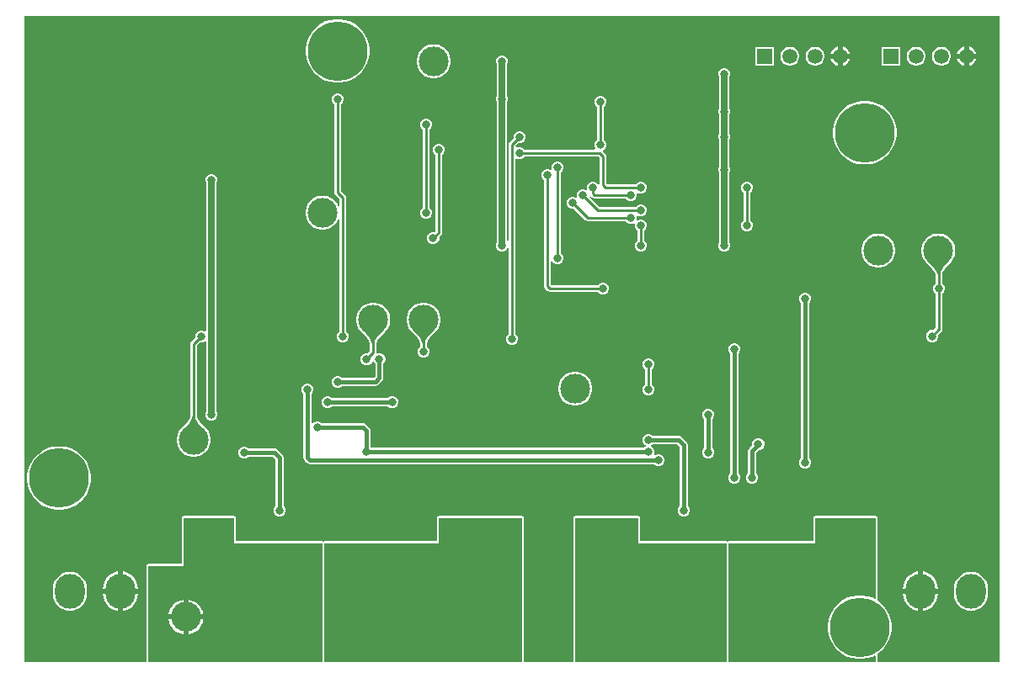
<source format=gbl>
G04*
G04 #@! TF.GenerationSoftware,Altium Limited,Altium Designer,23.3.1 (30)*
G04*
G04 Layer_Physical_Order=2*
G04 Layer_Color=16711680*
%FSLAX45Y45*%
%MOMM*%
G71*
G04*
G04 #@! TF.SameCoordinates,784FB100-AB39-434A-9190-0E81AD2A1C3A*
G04*
G04*
G04 #@! TF.FilePolarity,Positive*
G04*
G01*
G75*
%ADD10C,0.25400*%
%ADD63C,0.38100*%
%ADD64C,0.63500*%
%ADD65C,6.00000*%
%ADD66O,3.00000X3.50000*%
%ADD67C,3.00000*%
%ADD68C,1.50000*%
%ADD69R,1.50000X1.50000*%
%ADD70C,0.81280*%
G36*
X8610600Y689827D02*
X8599771Y683191D01*
X8572960Y696852D01*
X8525009Y712433D01*
X8475210Y720320D01*
X8424790D01*
X8374992Y712433D01*
X8327040Y696852D01*
X8282116Y673962D01*
X8241326Y644326D01*
X8205674Y608674D01*
X8176038Y567884D01*
X8153148Y522960D01*
X8137567Y475008D01*
X8129680Y425210D01*
Y374790D01*
X8137567Y324991D01*
X8153148Y277040D01*
X8176038Y232116D01*
X8205674Y191326D01*
X8241326Y155674D01*
X8282116Y126038D01*
X8327040Y103148D01*
X8374992Y87567D01*
X8424790Y79680D01*
X8475210D01*
X8525009Y87567D01*
X8572960Y103148D01*
X8599771Y116809D01*
X8610600Y110173D01*
Y50800D01*
X7132718D01*
Y1244600D01*
X8001000D01*
Y1498600D01*
X8610600D01*
Y689827D01*
D02*
G37*
G36*
X9855200Y50800D02*
X8631318D01*
Y110173D01*
X8630842Y112566D01*
X8630746Y115009D01*
X8630060Y116497D01*
X8629741Y118101D01*
X8628384Y120131D01*
X8627361Y122350D01*
X8629193Y131833D01*
X8631494Y135925D01*
X8658675Y155674D01*
X8694327Y191326D01*
X8723962Y232116D01*
X8746852Y277040D01*
X8762433Y324991D01*
X8770320Y374790D01*
Y425210D01*
X8762433Y475008D01*
X8746852Y522960D01*
X8723962Y567884D01*
X8694327Y608674D01*
X8658675Y644326D01*
X8631494Y664075D01*
X8629193Y668166D01*
X8627361Y677650D01*
X8628384Y679868D01*
X8629741Y681899D01*
X8630060Y683504D01*
X8630746Y684991D01*
X8630842Y687432D01*
X8631318Y689827D01*
Y1498600D01*
X8629741Y1506528D01*
X8625250Y1513250D01*
X8618528Y1517741D01*
X8610600Y1519318D01*
X8001000D01*
X7993072Y1517741D01*
X7986350Y1513250D01*
X7981859Y1506528D01*
X7980282Y1498600D01*
Y1265318D01*
X7132718D01*
X7124790Y1263741D01*
X7122359Y1262117D01*
X7119928Y1263741D01*
X7112000Y1265318D01*
X6243718D01*
Y1498600D01*
X6242141Y1506528D01*
X6237650Y1513250D01*
X6230928Y1517741D01*
X6223000Y1519318D01*
X5588000D01*
X5580072Y1517741D01*
X5573350Y1513250D01*
X5568859Y1506528D01*
X5567282Y1498600D01*
Y50800D01*
X5075318D01*
Y1498600D01*
X5073741Y1506528D01*
X5069250Y1513250D01*
X5062528Y1517741D01*
X5054600Y1519318D01*
X4216400D01*
X4208472Y1517741D01*
X4201750Y1513250D01*
X4197259Y1506528D01*
X4195682Y1498600D01*
Y1265318D01*
X3068774D01*
X3060846Y1263741D01*
X3058387Y1262098D01*
X3055928Y1263741D01*
X3048000Y1265318D01*
X2179718D01*
Y1498600D01*
X2178141Y1506528D01*
X2173650Y1513250D01*
X2166928Y1517741D01*
X2159000Y1519318D01*
X1651000D01*
X1643072Y1517741D01*
X1636350Y1513250D01*
X1631859Y1506528D01*
X1630282Y1498600D01*
Y1036718D01*
X1295400D01*
X1287472Y1035141D01*
X1280750Y1030650D01*
X1276259Y1023928D01*
X1274682Y1016000D01*
Y50800D01*
X50800D01*
Y6553200D01*
X9855200D01*
Y50800D01*
D02*
G37*
G36*
X6223000Y1244600D02*
X7112000D01*
Y50800D01*
X5588000D01*
Y1498600D01*
X6223000D01*
Y1244600D01*
D02*
G37*
G36*
X5054600Y50800D02*
X3068774D01*
Y1244600D01*
X4216400D01*
Y1498600D01*
X5054600D01*
Y50800D01*
D02*
G37*
G36*
X2159000Y1244600D02*
X3048000D01*
Y50800D01*
X1295400D01*
Y1016000D01*
X1651000D01*
Y1498600D01*
X2159000D01*
Y1244600D01*
D02*
G37*
%LPC*%
G36*
X9550400Y6243936D02*
Y6172200D01*
X9622136D01*
X9618558Y6185553D01*
X9605340Y6208447D01*
X9586647Y6227140D01*
X9563753Y6240358D01*
X9550400Y6243936D01*
D02*
G37*
G36*
X9499600D02*
X9486247Y6240358D01*
X9463353Y6227140D01*
X9444660Y6208447D01*
X9431442Y6185553D01*
X9427864Y6172200D01*
X9499600D01*
Y6243936D01*
D02*
G37*
G36*
X8280400D02*
Y6172200D01*
X8352136D01*
X8348558Y6185553D01*
X8335340Y6208447D01*
X8316647Y6227140D01*
X8293753Y6240358D01*
X8280400Y6243936D01*
D02*
G37*
G36*
X8229600D02*
X8216247Y6240358D01*
X8193353Y6227140D01*
X8174660Y6208447D01*
X8161442Y6185553D01*
X8157864Y6172200D01*
X8229600D01*
Y6243936D01*
D02*
G37*
G36*
X9283549Y6242120D02*
X9258451D01*
X9234208Y6235624D01*
X9212472Y6223075D01*
X9194725Y6205328D01*
X9182176Y6183592D01*
X9175680Y6159349D01*
Y6134251D01*
X9182176Y6110008D01*
X9194725Y6088272D01*
X9212472Y6070525D01*
X9234208Y6057976D01*
X9258451Y6051480D01*
X9283549D01*
X9307792Y6057976D01*
X9329528Y6070525D01*
X9347275Y6088272D01*
X9359824Y6110008D01*
X9366320Y6134251D01*
Y6159349D01*
X9359824Y6183592D01*
X9347275Y6205328D01*
X9329528Y6223075D01*
X9307792Y6235624D01*
X9283549Y6242120D01*
D02*
G37*
G36*
X9029549D02*
X9004451D01*
X8980208Y6235624D01*
X8958472Y6223075D01*
X8940725Y6205328D01*
X8928176Y6183592D01*
X8921680Y6159349D01*
Y6134251D01*
X8928176Y6110008D01*
X8940725Y6088272D01*
X8958472Y6070525D01*
X8980208Y6057976D01*
X9004451Y6051480D01*
X9029549D01*
X9053792Y6057976D01*
X9075528Y6070525D01*
X9093275Y6088272D01*
X9105824Y6110008D01*
X9112320Y6134251D01*
Y6159349D01*
X9105824Y6183592D01*
X9093275Y6205328D01*
X9075528Y6223075D01*
X9053792Y6235624D01*
X9029549Y6242120D01*
D02*
G37*
G36*
X8858320D02*
X8667680D01*
Y6051480D01*
X8858320D01*
Y6242120D01*
D02*
G37*
G36*
X8013549D02*
X7988451D01*
X7964208Y6235624D01*
X7942472Y6223075D01*
X7924725Y6205328D01*
X7912176Y6183592D01*
X7905680Y6159349D01*
Y6134251D01*
X7912176Y6110008D01*
X7924725Y6088272D01*
X7942472Y6070525D01*
X7964208Y6057976D01*
X7988451Y6051480D01*
X8013549D01*
X8037792Y6057976D01*
X8059528Y6070525D01*
X8077275Y6088272D01*
X8089824Y6110008D01*
X8096320Y6134251D01*
Y6159349D01*
X8089824Y6183592D01*
X8077275Y6205328D01*
X8059528Y6223075D01*
X8037792Y6235624D01*
X8013549Y6242120D01*
D02*
G37*
G36*
X7759549D02*
X7734451D01*
X7710208Y6235624D01*
X7688472Y6223075D01*
X7670725Y6205328D01*
X7658176Y6183592D01*
X7651680Y6159349D01*
Y6134251D01*
X7658176Y6110008D01*
X7670725Y6088272D01*
X7688472Y6070525D01*
X7710208Y6057976D01*
X7734451Y6051480D01*
X7759549D01*
X7783792Y6057976D01*
X7805528Y6070525D01*
X7823275Y6088272D01*
X7835824Y6110008D01*
X7842320Y6134251D01*
Y6159349D01*
X7835824Y6183592D01*
X7823275Y6205328D01*
X7805528Y6223075D01*
X7783792Y6235624D01*
X7759549Y6242120D01*
D02*
G37*
G36*
X7588320D02*
X7397680D01*
Y6051480D01*
X7588320D01*
Y6242120D01*
D02*
G37*
G36*
X9622136Y6121400D02*
X9550400D01*
Y6049664D01*
X9563753Y6053242D01*
X9586647Y6066460D01*
X9605340Y6085153D01*
X9618558Y6108047D01*
X9622136Y6121400D01*
D02*
G37*
G36*
X9499600D02*
X9427864D01*
X9431442Y6108047D01*
X9444660Y6085153D01*
X9463353Y6066460D01*
X9486247Y6053242D01*
X9499600Y6049664D01*
Y6121400D01*
D02*
G37*
G36*
X8352136D02*
X8280400D01*
Y6049664D01*
X8293753Y6053242D01*
X8316647Y6066460D01*
X8335340Y6085153D01*
X8348558Y6108047D01*
X8352136Y6121400D01*
D02*
G37*
G36*
X8229600D02*
X8157864D01*
X8161442Y6108047D01*
X8174660Y6085153D01*
X8193353Y6066460D01*
X8216247Y6053242D01*
X8229600Y6049664D01*
Y6121400D01*
D02*
G37*
G36*
X4182375Y6266320D02*
X4148825D01*
X4115919Y6259775D01*
X4084923Y6246936D01*
X4057027Y6228296D01*
X4033304Y6204573D01*
X4014664Y6176677D01*
X4001825Y6145681D01*
X3995280Y6112775D01*
Y6079225D01*
X4001825Y6046319D01*
X4014664Y6015323D01*
X4033304Y5987427D01*
X4057027Y5963704D01*
X4084923Y5945064D01*
X4115919Y5932225D01*
X4148825Y5925680D01*
X4182375D01*
X4215281Y5932225D01*
X4246277Y5945064D01*
X4274173Y5963704D01*
X4297896Y5987427D01*
X4316536Y6015323D01*
X4329375Y6046319D01*
X4335920Y6079225D01*
Y6112775D01*
X4329375Y6145681D01*
X4316536Y6176677D01*
X4297896Y6204573D01*
X4274173Y6228296D01*
X4246277Y6246936D01*
X4215281Y6259775D01*
X4182375Y6266320D01*
D02*
G37*
G36*
X3225210Y6520320D02*
X3174790D01*
X3124991Y6512433D01*
X3077040Y6496852D01*
X3032116Y6473962D01*
X2991325Y6444326D01*
X2955674Y6408675D01*
X2926038Y6367884D01*
X2903148Y6322960D01*
X2887567Y6275009D01*
X2879680Y6225210D01*
Y6174790D01*
X2887567Y6124992D01*
X2903148Y6077040D01*
X2926038Y6032116D01*
X2955674Y5991326D01*
X2991325Y5955674D01*
X3032116Y5926038D01*
X3077040Y5903148D01*
X3124991Y5887567D01*
X3174790Y5879680D01*
X3225210D01*
X3275008Y5887567D01*
X3322960Y5903148D01*
X3367884Y5926038D01*
X3408674Y5955674D01*
X3444326Y5991326D01*
X3473962Y6032116D01*
X3496852Y6077040D01*
X3512433Y6124992D01*
X3520320Y6174790D01*
Y6225210D01*
X3512433Y6275009D01*
X3496852Y6322960D01*
X3473962Y6367884D01*
X3444326Y6408675D01*
X3408674Y6444326D01*
X3367884Y6473962D01*
X3322960Y6496852D01*
X3275008Y6512433D01*
X3225210Y6520320D01*
D02*
G37*
G36*
X8525210Y5698120D02*
X8474790D01*
X8424992Y5690233D01*
X8377040Y5674652D01*
X8332116Y5651762D01*
X8291326Y5622126D01*
X8255674Y5586474D01*
X8226038Y5545684D01*
X8203148Y5500760D01*
X8187567Y5452808D01*
X8179680Y5403010D01*
Y5352590D01*
X8187567Y5302792D01*
X8203148Y5254840D01*
X8226038Y5209916D01*
X8255674Y5169126D01*
X8291326Y5133474D01*
X8332116Y5103838D01*
X8377040Y5080948D01*
X8424992Y5065367D01*
X8474790Y5057480D01*
X8525210D01*
X8575009Y5065367D01*
X8622960Y5080948D01*
X8667884Y5103838D01*
X8708674Y5133474D01*
X8744326Y5169126D01*
X8773962Y5209916D01*
X8796852Y5254840D01*
X8812433Y5302792D01*
X8820320Y5352590D01*
Y5403010D01*
X8812433Y5452808D01*
X8796852Y5500760D01*
X8773962Y5545684D01*
X8744326Y5586474D01*
X8708674Y5622126D01*
X8667884Y5651762D01*
X8622960Y5674652D01*
X8575009Y5690233D01*
X8525210Y5698120D01*
D02*
G37*
G36*
X5422326Y5090160D02*
X5398074D01*
X5375669Y5080879D01*
X5358521Y5063731D01*
X5349240Y5041326D01*
Y5017074D01*
X5350353Y5014388D01*
X5349079Y5012676D01*
X5340109Y5005931D01*
X5320726Y5013960D01*
X5296474D01*
X5274069Y5004679D01*
X5256921Y4987531D01*
X5247640Y4965126D01*
Y4940874D01*
X5256921Y4918469D01*
X5274069Y4901321D01*
X5274933Y4900963D01*
Y3835400D01*
X5277496Y3822516D01*
X5284794Y3811594D01*
X5310194Y3786194D01*
X5321116Y3778896D01*
X5334000Y3776333D01*
X5815363D01*
X5815721Y3775469D01*
X5832869Y3758321D01*
X5855274Y3749040D01*
X5879526D01*
X5901931Y3758321D01*
X5919079Y3775469D01*
X5928360Y3797874D01*
Y3822126D01*
X5919079Y3844531D01*
X5901931Y3861679D01*
X5879526Y3870960D01*
X5855274D01*
X5832869Y3861679D01*
X5815721Y3844531D01*
X5815363Y3843667D01*
X5347945D01*
X5342267Y3849345D01*
Y4086322D01*
X5354967Y4088848D01*
X5358521Y4080269D01*
X5375669Y4063121D01*
X5398074Y4053840D01*
X5422326D01*
X5444731Y4063121D01*
X5461879Y4080269D01*
X5471160Y4102674D01*
Y4126926D01*
X5461879Y4149331D01*
X5444731Y4166479D01*
X5443867Y4166837D01*
Y4977163D01*
X5444731Y4977521D01*
X5461879Y4994669D01*
X5471160Y5017074D01*
Y5041326D01*
X5461879Y5063731D01*
X5444731Y5080879D01*
X5422326Y5090160D01*
D02*
G37*
G36*
X4863526Y6156960D02*
X4839274D01*
X4816869Y6147679D01*
X4799721Y6130531D01*
X4790440Y6108126D01*
Y6083874D01*
X4798310Y6064875D01*
Y5746125D01*
X4790440Y5727126D01*
Y5702874D01*
X4798310Y5683875D01*
Y4272925D01*
X4790440Y4253926D01*
Y4229674D01*
X4799721Y4207269D01*
X4816869Y4190121D01*
X4839274Y4180840D01*
X4863526D01*
X4885931Y4190121D01*
X4903079Y4207269D01*
X4906633Y4215848D01*
X4919333Y4213322D01*
Y3354037D01*
X4918469Y3353679D01*
X4901321Y3336531D01*
X4892040Y3314126D01*
Y3289874D01*
X4901321Y3267469D01*
X4918469Y3250321D01*
X4940874Y3241040D01*
X4965126D01*
X4987531Y3250321D01*
X5004679Y3267469D01*
X5013960Y3289874D01*
Y3314126D01*
X5004679Y3336531D01*
X4987531Y3353679D01*
X4986667Y3354037D01*
Y4265008D01*
X4985409Y4271334D01*
Y5110140D01*
X4998109Y5118273D01*
X5013276Y5111991D01*
X5037527D01*
X5059933Y5121271D01*
X5077081Y5138420D01*
X5077439Y5139284D01*
X5821825D01*
X5833733Y5127376D01*
Y4854478D01*
X5821033Y4851952D01*
X5817479Y4860531D01*
X5800331Y4877679D01*
X5777926Y4886960D01*
X5753674D01*
X5731269Y4877679D01*
X5714121Y4860531D01*
X5704840Y4838126D01*
Y4813874D01*
X5705953Y4811188D01*
X5704679Y4809476D01*
X5695709Y4802731D01*
X5676326Y4810760D01*
X5652074D01*
X5629669Y4801479D01*
X5612521Y4784331D01*
X5603240Y4761926D01*
Y4737674D01*
X5604353Y4734988D01*
X5603079Y4733276D01*
X5594109Y4726531D01*
X5574726Y4734560D01*
X5550474D01*
X5528069Y4725279D01*
X5510921Y4708131D01*
X5501640Y4685726D01*
Y4661474D01*
X5510921Y4639069D01*
X5528069Y4621921D01*
X5550474Y4612640D01*
X5574726D01*
X5575590Y4612998D01*
X5691194Y4497394D01*
X5702116Y4490096D01*
X5715000Y4487533D01*
X6094763D01*
X6095121Y4486669D01*
X6112269Y4469521D01*
X6134674Y4460240D01*
X6158926D01*
X6178309Y4468269D01*
X6187279Y4461524D01*
X6188553Y4459812D01*
X6187440Y4457126D01*
Y4432874D01*
X6196721Y4410469D01*
X6213869Y4393321D01*
X6214733Y4392963D01*
Y4293837D01*
X6213869Y4293479D01*
X6196721Y4276331D01*
X6187440Y4253926D01*
Y4229674D01*
X6196721Y4207269D01*
X6213869Y4190121D01*
X6236274Y4180840D01*
X6260526D01*
X6282931Y4190121D01*
X6300079Y4207269D01*
X6309360Y4229674D01*
Y4253926D01*
X6300079Y4276331D01*
X6282931Y4293479D01*
X6282067Y4293837D01*
Y4392963D01*
X6282931Y4393321D01*
X6300079Y4410469D01*
X6309360Y4432874D01*
Y4457126D01*
X6300079Y4479531D01*
X6282931Y4496679D01*
X6260526Y4505960D01*
X6236274D01*
X6216891Y4497931D01*
X6207921Y4504676D01*
X6206647Y4506388D01*
X6207760Y4509074D01*
Y4533326D01*
X6206647Y4536012D01*
X6207921Y4537724D01*
X6216891Y4544469D01*
X6236274Y4536440D01*
X6260526D01*
X6282931Y4545721D01*
X6300079Y4562869D01*
X6309360Y4585274D01*
Y4609526D01*
X6300079Y4631931D01*
X6282931Y4649079D01*
X6260526Y4658360D01*
X6236274D01*
X6213869Y4649079D01*
X6196721Y4631931D01*
X6196363Y4631067D01*
X5830545D01*
X5730160Y4731452D01*
X5730935Y4734564D01*
X5734249Y4736454D01*
X5744878Y4737989D01*
X5756873Y4725994D01*
X5767795Y4718696D01*
X5780679Y4716133D01*
X6094763D01*
X6095121Y4715269D01*
X6112269Y4698121D01*
X6134674Y4688840D01*
X6158926D01*
X6181331Y4698121D01*
X6198479Y4715269D01*
X6207760Y4737674D01*
Y4761926D01*
X6206647Y4764612D01*
X6207921Y4766324D01*
X6216891Y4773069D01*
X6236274Y4765040D01*
X6260526D01*
X6282931Y4774321D01*
X6300079Y4791469D01*
X6309360Y4813874D01*
Y4838126D01*
X6300079Y4860531D01*
X6282931Y4877679D01*
X6260526Y4886960D01*
X6236274D01*
X6213869Y4877679D01*
X6196721Y4860531D01*
X6196363Y4859667D01*
X5906745D01*
X5901067Y4865345D01*
Y5141321D01*
X5898504Y5154205D01*
X5891206Y5165127D01*
X5869225Y5187108D01*
X5871703Y5199564D01*
X5875804Y5201263D01*
X5892952Y5218411D01*
X5902233Y5240816D01*
Y5265068D01*
X5892952Y5287473D01*
X5875804Y5304621D01*
X5875303Y5304829D01*
Y5637412D01*
X5876531Y5637921D01*
X5893679Y5655069D01*
X5902960Y5677474D01*
Y5701726D01*
X5893679Y5724131D01*
X5876531Y5741279D01*
X5854126Y5750560D01*
X5829874D01*
X5807469Y5741279D01*
X5790321Y5724131D01*
X5781040Y5701726D01*
Y5677474D01*
X5790321Y5655069D01*
X5807469Y5637921D01*
X5807969Y5637713D01*
Y5305130D01*
X5806741Y5304621D01*
X5789593Y5287473D01*
X5780313Y5265068D01*
Y5240816D01*
X5789593Y5218411D01*
X5789653Y5218351D01*
X5784793Y5206618D01*
X5077439D01*
X5077081Y5207482D01*
X5059933Y5224630D01*
X5037527Y5233911D01*
X5013276D01*
X5002393Y5229403D01*
X4990588Y5236701D01*
X4989722Y5246910D01*
X5016210Y5273398D01*
X5017074Y5273040D01*
X5041326D01*
X5063731Y5282321D01*
X5080879Y5299469D01*
X5090160Y5321874D01*
Y5346126D01*
X5080879Y5368531D01*
X5063731Y5385679D01*
X5041326Y5394960D01*
X5017074D01*
X4994669Y5385679D01*
X4977521Y5368531D01*
X4968240Y5346126D01*
Y5321874D01*
X4968598Y5321010D01*
X4927936Y5280348D01*
X4920638Y5269426D01*
X4918075Y5256542D01*
Y4288843D01*
X4905375Y4282837D01*
X4904490Y4283563D01*
Y5683875D01*
X4912360Y5702874D01*
Y5727126D01*
X4904490Y5746125D01*
Y6064875D01*
X4912360Y6083874D01*
Y6108126D01*
X4903079Y6130531D01*
X4885931Y6147679D01*
X4863526Y6156960D01*
D02*
G37*
G36*
X3212526Y5775960D02*
X3188274D01*
X3165869Y5766679D01*
X3148721Y5749531D01*
X3139440Y5727126D01*
Y5702874D01*
X3148721Y5680469D01*
X3165869Y5663321D01*
X3166733Y5662963D01*
Y4775200D01*
X3169296Y4762316D01*
X3176594Y4751394D01*
X3217533Y4710455D01*
Y4640966D01*
X3204833Y4638440D01*
X3198936Y4652677D01*
X3180296Y4680573D01*
X3156573Y4704296D01*
X3128677Y4722936D01*
X3097681Y4735775D01*
X3064775Y4742320D01*
X3031225D01*
X2998319Y4735775D01*
X2967323Y4722936D01*
X2939427Y4704296D01*
X2915704Y4680573D01*
X2897064Y4652677D01*
X2884225Y4621681D01*
X2877680Y4588775D01*
Y4555225D01*
X2884225Y4522319D01*
X2897064Y4491323D01*
X2915704Y4463427D01*
X2939427Y4439704D01*
X2967323Y4421064D01*
X2998319Y4408225D01*
X3031225Y4401680D01*
X3064775D01*
X3097681Y4408225D01*
X3128677Y4421064D01*
X3156573Y4439704D01*
X3180296Y4463427D01*
X3198936Y4491323D01*
X3204833Y4505560D01*
X3217533Y4503034D01*
Y3379437D01*
X3216669Y3379079D01*
X3199521Y3361931D01*
X3190240Y3339526D01*
Y3315274D01*
X3199521Y3292869D01*
X3216669Y3275721D01*
X3239074Y3266440D01*
X3263326D01*
X3285731Y3275721D01*
X3302879Y3292869D01*
X3312160Y3315274D01*
Y3339526D01*
X3302879Y3361931D01*
X3285731Y3379079D01*
X3284867Y3379437D01*
Y4724400D01*
X3282304Y4737284D01*
X3275006Y4748206D01*
X3234067Y4789145D01*
Y5662963D01*
X3234931Y5663321D01*
X3252079Y5680469D01*
X3261360Y5702874D01*
Y5727126D01*
X3252079Y5749531D01*
X3234931Y5766679D01*
X3212526Y5775960D01*
D02*
G37*
G36*
X4101526Y5521960D02*
X4077274D01*
X4054869Y5512679D01*
X4037721Y5495531D01*
X4028440Y5473126D01*
Y5448874D01*
X4037721Y5426469D01*
X4054869Y5409321D01*
X4055733Y5408963D01*
Y4624037D01*
X4054869Y4623679D01*
X4037721Y4606531D01*
X4028440Y4584126D01*
Y4559874D01*
X4037721Y4537469D01*
X4054869Y4520321D01*
X4077274Y4511040D01*
X4101526D01*
X4123931Y4520321D01*
X4141079Y4537469D01*
X4150360Y4559874D01*
Y4584126D01*
X4141079Y4606531D01*
X4123931Y4623679D01*
X4123067Y4624037D01*
Y5408963D01*
X4123931Y5409321D01*
X4141079Y5426469D01*
X4150360Y5448874D01*
Y5473126D01*
X4141079Y5495531D01*
X4123931Y5512679D01*
X4101526Y5521960D01*
D02*
G37*
G36*
X7327326Y4886960D02*
X7303074D01*
X7280669Y4877679D01*
X7263521Y4860531D01*
X7254240Y4838126D01*
Y4813874D01*
X7263521Y4791469D01*
X7280669Y4774321D01*
X7281533Y4773963D01*
Y4497037D01*
X7280669Y4496679D01*
X7263521Y4479531D01*
X7254240Y4457126D01*
Y4432874D01*
X7263521Y4410469D01*
X7280669Y4393321D01*
X7303074Y4384040D01*
X7327326D01*
X7349731Y4393321D01*
X7366879Y4410469D01*
X7376160Y4432874D01*
Y4457126D01*
X7366879Y4479531D01*
X7349731Y4496679D01*
X7348867Y4497037D01*
Y4773963D01*
X7349731Y4774321D01*
X7366879Y4791469D01*
X7376160Y4813874D01*
Y4838126D01*
X7366879Y4860531D01*
X7349731Y4877679D01*
X7327326Y4886960D01*
D02*
G37*
G36*
X4228526Y5267960D02*
X4204274D01*
X4181869Y5258679D01*
X4164721Y5241531D01*
X4155440Y5219126D01*
Y5194874D01*
X4164721Y5172469D01*
X4181869Y5155321D01*
X4182733Y5154963D01*
Y4384788D01*
X4173492Y4375547D01*
X4172628Y4375905D01*
X4148377D01*
X4125971Y4366624D01*
X4108823Y4349476D01*
X4099542Y4327071D01*
Y4302819D01*
X4108823Y4280414D01*
X4125971Y4263266D01*
X4148377Y4253985D01*
X4172628D01*
X4195033Y4263266D01*
X4212182Y4280414D01*
X4221462Y4302819D01*
Y4327071D01*
X4221104Y4327935D01*
X4240206Y4347037D01*
X4247504Y4357959D01*
X4250067Y4370843D01*
Y5154963D01*
X4250931Y5155321D01*
X4268079Y5172469D01*
X4277360Y5194874D01*
Y5219126D01*
X4268079Y5241531D01*
X4250931Y5258679D01*
X4228526Y5267960D01*
D02*
G37*
G36*
X7098726Y6029960D02*
X7074474D01*
X7052069Y6020679D01*
X7034921Y6003531D01*
X7025640Y5981126D01*
Y5956874D01*
X7033510Y5937875D01*
Y5619125D01*
X7025640Y5600126D01*
Y5575874D01*
X7033510Y5556875D01*
Y5365125D01*
X7025640Y5346126D01*
Y5321874D01*
X7033510Y5302875D01*
Y5034925D01*
X7025640Y5015926D01*
Y4991674D01*
X7033510Y4972675D01*
Y4272925D01*
X7025640Y4253926D01*
Y4229674D01*
X7034921Y4207269D01*
X7052069Y4190121D01*
X7074474Y4180840D01*
X7098726D01*
X7121131Y4190121D01*
X7138279Y4207269D01*
X7147560Y4229674D01*
Y4253926D01*
X7139690Y4272925D01*
Y4972675D01*
X7147560Y4991674D01*
Y5015926D01*
X7139690Y5034925D01*
Y5302875D01*
X7147560Y5321874D01*
Y5346126D01*
X7139690Y5365125D01*
Y5556875D01*
X7147560Y5575874D01*
Y5600126D01*
X7139690Y5619125D01*
Y5937875D01*
X7147560Y5956874D01*
Y5981126D01*
X7138279Y6003531D01*
X7121131Y6020679D01*
X7098726Y6029960D01*
D02*
G37*
G36*
X8652775Y4361320D02*
X8619225D01*
X8586319Y4354775D01*
X8555323Y4341936D01*
X8527427Y4323296D01*
X8503704Y4299573D01*
X8485064Y4271677D01*
X8472225Y4240681D01*
X8465680Y4207775D01*
Y4174225D01*
X8472225Y4141319D01*
X8485064Y4110323D01*
X8503704Y4082427D01*
X8527427Y4058704D01*
X8555323Y4040064D01*
X8586319Y4027225D01*
X8619225Y4020680D01*
X8652775D01*
X8685681Y4027225D01*
X8716677Y4040064D01*
X8744573Y4058704D01*
X8768296Y4082427D01*
X8786936Y4110323D01*
X8799775Y4141319D01*
X8806320Y4174225D01*
Y4207775D01*
X8799775Y4240681D01*
X8786936Y4271677D01*
X8768296Y4299573D01*
X8744573Y4323296D01*
X8716677Y4341936D01*
X8685681Y4354775D01*
X8652775Y4361320D01*
D02*
G37*
G36*
X9256336D02*
X9222786D01*
X9189880Y4354775D01*
X9158884Y4341936D01*
X9130988Y4323296D01*
X9107265Y4299573D01*
X9088625Y4271677D01*
X9075786Y4240681D01*
X9069241Y4207775D01*
Y4174225D01*
X9075786Y4141319D01*
X9088625Y4110323D01*
X9107265Y4082427D01*
X9121301Y4068391D01*
X9122347Y4066883D01*
X9139828Y4050002D01*
X9155069Y4034418D01*
X9180296Y4005701D01*
X9189704Y3993308D01*
X9197277Y3981927D01*
X9202888Y3971857D01*
X9206587Y3963278D01*
X9208525Y3956411D01*
X9208914Y3952651D01*
Y3859524D01*
X9193921Y3844531D01*
X9184640Y3822126D01*
Y3797874D01*
X9193921Y3775469D01*
X9211069Y3758321D01*
X9211933Y3757963D01*
Y3413248D01*
X9188839Y3390155D01*
X9187975Y3390512D01*
X9163724D01*
X9141319Y3381232D01*
X9124170Y3364083D01*
X9114890Y3341678D01*
Y3317427D01*
X9124170Y3295021D01*
X9141319Y3277873D01*
X9163724Y3268592D01*
X9187975D01*
X9210381Y3277873D01*
X9227529Y3295021D01*
X9236810Y3317427D01*
Y3341678D01*
X9236452Y3342542D01*
X9269406Y3375497D01*
X9276704Y3386419D01*
X9279267Y3399303D01*
Y3757963D01*
X9280131Y3758321D01*
X9297279Y3775469D01*
X9306560Y3797874D01*
Y3822126D01*
X9297279Y3844531D01*
X9280131Y3861679D01*
X9276247Y3863288D01*
Y3953111D01*
X9276615Y3956616D01*
X9278527Y3963413D01*
X9282204Y3972101D01*
X9287778Y3982421D01*
X9295284Y3994184D01*
X9304493Y4006953D01*
X9344692Y4053970D01*
X9361658Y4071683D01*
X9362617Y4073187D01*
X9371857Y4082427D01*
X9390497Y4110323D01*
X9403336Y4141319D01*
X9409881Y4174225D01*
Y4207775D01*
X9403336Y4240681D01*
X9390497Y4271677D01*
X9371857Y4299573D01*
X9348134Y4323296D01*
X9320238Y4341936D01*
X9289242Y4354775D01*
X9256336Y4361320D01*
D02*
G37*
G36*
X1942526Y4963160D02*
X1918274D01*
X1895869Y4953879D01*
X1878721Y4936731D01*
X1869440Y4914326D01*
Y4890074D01*
X1877310Y4871075D01*
Y3381694D01*
X1865577Y3376834D01*
X1863331Y3379079D01*
X1840926Y3388360D01*
X1816674D01*
X1794269Y3379079D01*
X1777121Y3361931D01*
X1767840Y3339526D01*
Y3315274D01*
X1768198Y3314410D01*
X1728751Y3274963D01*
X1721453Y3264041D01*
X1718890Y3251157D01*
Y2524149D01*
X1718511Y2520512D01*
X1716586Y2513677D01*
X1712898Y2505042D01*
X1707303Y2494844D01*
X1699759Y2483267D01*
X1690510Y2470770D01*
X1649980Y2424914D01*
X1632877Y2407742D01*
X1631780Y2406092D01*
X1620261Y2394573D01*
X1601621Y2366677D01*
X1588782Y2335681D01*
X1582237Y2302775D01*
Y2269225D01*
X1588782Y2236319D01*
X1601621Y2205323D01*
X1620261Y2177427D01*
X1643984Y2153704D01*
X1671880Y2135064D01*
X1702876Y2122225D01*
X1735782Y2115680D01*
X1769332D01*
X1802237Y2122225D01*
X1833234Y2135064D01*
X1861130Y2153704D01*
X1884853Y2177427D01*
X1903493Y2205323D01*
X1916332Y2236319D01*
X1922877Y2269225D01*
Y2302775D01*
X1916332Y2335681D01*
X1903493Y2366677D01*
X1884853Y2394573D01*
X1873430Y2405996D01*
X1872426Y2407549D01*
X1839667Y2441310D01*
X1814716Y2470618D01*
X1805355Y2483267D01*
X1797811Y2494844D01*
X1792216Y2505041D01*
X1788528Y2513675D01*
X1786603Y2520512D01*
X1786224Y2524149D01*
Y3237211D01*
X1815810Y3266798D01*
X1816674Y3266440D01*
X1840926D01*
X1863331Y3275721D01*
X1865577Y3277966D01*
X1877310Y3273106D01*
Y2571125D01*
X1869440Y2552126D01*
Y2527874D01*
X1878721Y2505469D01*
X1895869Y2488321D01*
X1918274Y2479040D01*
X1942526D01*
X1964931Y2488321D01*
X1982079Y2505469D01*
X1991360Y2527874D01*
Y2552126D01*
X1983490Y2571125D01*
Y4871075D01*
X1991360Y4890074D01*
Y4914326D01*
X1982079Y4936731D01*
X1964931Y4953879D01*
X1942526Y4963160D01*
D02*
G37*
G36*
X4080775Y3665500D02*
X4047225D01*
X4014319Y3658955D01*
X3983323Y3646116D01*
X3955427Y3627476D01*
X3931704Y3603753D01*
X3913064Y3575857D01*
X3900225Y3544861D01*
X3893680Y3511955D01*
Y3478405D01*
X3900225Y3445500D01*
X3913064Y3414503D01*
X3931704Y3386607D01*
X3943127Y3375185D01*
X3944131Y3373631D01*
X3976890Y3339871D01*
X4001841Y3310562D01*
X4011202Y3297913D01*
X4018746Y3286336D01*
X4024340Y3276139D01*
X4028029Y3267505D01*
X4029954Y3260669D01*
X4030333Y3257032D01*
Y3227037D01*
X4029469Y3226679D01*
X4012321Y3209531D01*
X4003040Y3187126D01*
Y3162874D01*
X4012321Y3140469D01*
X4029469Y3123321D01*
X4051874Y3114040D01*
X4076126D01*
X4098531Y3123321D01*
X4115679Y3140469D01*
X4124960Y3162874D01*
Y3187126D01*
X4115679Y3209531D01*
X4098531Y3226679D01*
X4097667Y3227037D01*
Y3257031D01*
X4098046Y3260669D01*
X4099971Y3267503D01*
X4103659Y3276138D01*
X4109254Y3286336D01*
X4116798Y3297913D01*
X4126047Y3310411D01*
X4166576Y3356266D01*
X4183679Y3373439D01*
X4184777Y3375088D01*
X4196296Y3386607D01*
X4214936Y3414503D01*
X4227775Y3445500D01*
X4234320Y3478405D01*
Y3511955D01*
X4227775Y3544861D01*
X4214936Y3575857D01*
X4196296Y3603753D01*
X4172573Y3627476D01*
X4144677Y3646116D01*
X4113681Y3658955D01*
X4080775Y3665500D01*
D02*
G37*
G36*
X3575475Y3665500D02*
X3541925D01*
X3509019Y3658955D01*
X3478023Y3646115D01*
X3450127Y3627476D01*
X3426404Y3603753D01*
X3407764Y3575856D01*
X3394925Y3544860D01*
X3388380Y3511955D01*
Y3478405D01*
X3394925Y3445499D01*
X3407764Y3414503D01*
X3426404Y3386607D01*
X3435785Y3377225D01*
X3436679Y3375791D01*
X3469184Y3341143D01*
X3493965Y3311203D01*
X3503286Y3298314D01*
X3510796Y3286570D01*
X3516372Y3276264D01*
X3520051Y3267581D01*
X3521963Y3260780D01*
X3522333Y3257259D01*
Y3178938D01*
X3501498Y3158102D01*
X3480374D01*
X3457969Y3148822D01*
X3440821Y3131673D01*
X3431540Y3109268D01*
Y3085017D01*
X3440821Y3062611D01*
X3457969Y3045463D01*
X3480374Y3036182D01*
X3504626D01*
X3527031Y3045463D01*
X3544179Y3062611D01*
X3549127Y3074555D01*
X3562873D01*
X3567821Y3062611D01*
X3579012Y3051420D01*
Y2924581D01*
X3564773Y2910341D01*
X3246469D01*
X3234931Y2921879D01*
X3212526Y2931160D01*
X3188274D01*
X3165869Y2921879D01*
X3148721Y2904731D01*
X3139440Y2882326D01*
Y2858074D01*
X3148721Y2835669D01*
X3165869Y2818521D01*
X3188274Y2809240D01*
X3212526D01*
X3234931Y2818521D01*
X3246469Y2830059D01*
X3581400D01*
X3596761Y2833114D01*
X3609784Y2841816D01*
X3647538Y2879569D01*
X3656239Y2892592D01*
X3659295Y2907954D01*
Y3050727D01*
X3671179Y3062611D01*
X3680460Y3085017D01*
Y3109268D01*
X3671179Y3131673D01*
X3654031Y3148822D01*
X3631626Y3158102D01*
X3607374D01*
X3600695Y3155336D01*
X3589563Y3164471D01*
X3589667Y3164992D01*
Y3256850D01*
X3590055Y3260596D01*
X3591991Y3267460D01*
X3595689Y3276046D01*
X3601299Y3286129D01*
X3608869Y3297531D01*
X3618150Y3309790D01*
X3658962Y3354619D01*
X3676137Y3371274D01*
X3676139Y3371274D01*
X3676139Y3371276D01*
X3676177Y3371312D01*
X3677240Y3372850D01*
X3690996Y3386607D01*
X3709636Y3414503D01*
X3722475Y3445499D01*
X3729020Y3478405D01*
Y3511955D01*
X3722475Y3544860D01*
X3709636Y3575856D01*
X3690996Y3603753D01*
X3667273Y3627476D01*
X3639377Y3646115D01*
X3608381Y3658955D01*
X3575475Y3665500D01*
D02*
G37*
G36*
X6336726Y3108960D02*
X6312474D01*
X6290069Y3099679D01*
X6272921Y3082531D01*
X6263640Y3060126D01*
Y3035874D01*
X6272921Y3013469D01*
X6290069Y2996321D01*
X6290933Y2995963D01*
Y2846037D01*
X6290069Y2845679D01*
X6272921Y2828531D01*
X6263640Y2806126D01*
Y2781874D01*
X6272921Y2759469D01*
X6290069Y2742321D01*
X6312474Y2733040D01*
X6336726D01*
X6359131Y2742321D01*
X6376279Y2759469D01*
X6385560Y2781874D01*
Y2806126D01*
X6376279Y2828531D01*
X6359131Y2845679D01*
X6358267Y2846037D01*
Y2995963D01*
X6359131Y2996321D01*
X6376279Y3013469D01*
X6385560Y3035874D01*
Y3060126D01*
X6376279Y3082531D01*
X6359131Y3099679D01*
X6336726Y3108960D01*
D02*
G37*
G36*
X5604775Y2971858D02*
X5571225D01*
X5538319Y2965313D01*
X5507323Y2952474D01*
X5479427Y2933834D01*
X5455704Y2910111D01*
X5437064Y2882215D01*
X5424225Y2851219D01*
X5417680Y2818313D01*
Y2784763D01*
X5424225Y2751858D01*
X5437064Y2720861D01*
X5455704Y2692965D01*
X5479427Y2669242D01*
X5507323Y2650603D01*
X5538319Y2637763D01*
X5571225Y2631218D01*
X5604775D01*
X5637681Y2637763D01*
X5668677Y2650603D01*
X5696573Y2669242D01*
X5720296Y2692965D01*
X5738936Y2720861D01*
X5751775Y2751858D01*
X5758320Y2784763D01*
Y2818313D01*
X5751775Y2851219D01*
X5738936Y2882215D01*
X5720296Y2910111D01*
X5696573Y2933834D01*
X5668677Y2952474D01*
X5637681Y2965313D01*
X5604775Y2971858D01*
D02*
G37*
G36*
X3110926Y2727960D02*
X3086674D01*
X3064269Y2718679D01*
X3047121Y2701531D01*
X3037840Y2679126D01*
Y2654874D01*
X3047121Y2632469D01*
X3064269Y2615321D01*
X3086674Y2606040D01*
X3110926D01*
X3133331Y2615321D01*
X3144325Y2626315D01*
X3700503D01*
X3712585Y2614233D01*
X3734990Y2604952D01*
X3759242D01*
X3781647Y2614233D01*
X3798796Y2631381D01*
X3808076Y2653787D01*
Y2678038D01*
X3798796Y2700443D01*
X3781647Y2717592D01*
X3759242Y2726872D01*
X3734990D01*
X3712585Y2717592D01*
X3701591Y2706598D01*
X3145413D01*
X3133331Y2718679D01*
X3110926Y2727960D01*
D02*
G37*
G36*
X6936314Y2600782D02*
X6912063D01*
X6889657Y2591502D01*
X6872509Y2574353D01*
X6863228Y2551948D01*
Y2527696D01*
X6872509Y2505291D01*
X6884419Y2493381D01*
Y2205811D01*
X6873254Y2194645D01*
X6863973Y2172240D01*
Y2147988D01*
X6873254Y2125583D01*
X6890402Y2108435D01*
X6912807Y2099154D01*
X6937059D01*
X6959464Y2108435D01*
X6976612Y2125583D01*
X6985893Y2147988D01*
Y2172240D01*
X6976612Y2194645D01*
X6964702Y2206555D01*
Y2494126D01*
X6975868Y2505291D01*
X6985148Y2527696D01*
Y2551948D01*
X6975868Y2574353D01*
X6958719Y2591502D01*
X6936314Y2600782D01*
D02*
G37*
G36*
X7911526Y3769360D02*
X7887274D01*
X7864869Y3760079D01*
X7847721Y3742931D01*
X7838440Y3720526D01*
Y3696274D01*
X7847721Y3673869D01*
X7859259Y3662331D01*
Y2103469D01*
X7847721Y2091931D01*
X7838440Y2069526D01*
Y2045274D01*
X7847721Y2022869D01*
X7864869Y2005721D01*
X7887274Y1996440D01*
X7911526D01*
X7933931Y2005721D01*
X7951079Y2022869D01*
X7960360Y2045274D01*
Y2069526D01*
X7951079Y2091931D01*
X7939541Y2103469D01*
Y3662331D01*
X7951079Y3673869D01*
X7960360Y3696274D01*
Y3720526D01*
X7951079Y3742931D01*
X7933931Y3760079D01*
X7911526Y3769360D01*
D02*
G37*
G36*
X7441626Y2303631D02*
X7417374D01*
X7394969Y2294350D01*
X7377821Y2277202D01*
X7368540Y2254796D01*
Y2232255D01*
X7337616Y2201330D01*
X7328914Y2188308D01*
X7325859Y2172946D01*
Y1951069D01*
X7314321Y1939531D01*
X7305040Y1917126D01*
Y1892874D01*
X7314321Y1870469D01*
X7331469Y1853321D01*
X7353874Y1844040D01*
X7378126D01*
X7400531Y1853321D01*
X7417679Y1870469D01*
X7426960Y1892874D01*
Y1917126D01*
X7417679Y1939531D01*
X7406141Y1951069D01*
Y2156319D01*
X7431533Y2181711D01*
X7441626D01*
X7464031Y2190991D01*
X7481179Y2208140D01*
X7490460Y2230545D01*
Y2254796D01*
X7481179Y2277202D01*
X7464031Y2294350D01*
X7441626Y2303631D01*
D02*
G37*
G36*
X7200326Y3261360D02*
X7176074D01*
X7153669Y3252079D01*
X7136521Y3234931D01*
X7127240Y3212526D01*
Y3188274D01*
X7136521Y3165869D01*
X7148059Y3154331D01*
Y1951069D01*
X7136521Y1939531D01*
X7127240Y1917126D01*
Y1892874D01*
X7136521Y1870469D01*
X7153669Y1853321D01*
X7176074Y1844040D01*
X7200326D01*
X7222731Y1853321D01*
X7239879Y1870469D01*
X7249160Y1892874D01*
Y1917126D01*
X7239879Y1939531D01*
X7228341Y1951069D01*
Y3154331D01*
X7239879Y3165869D01*
X7249160Y3188274D01*
Y3212526D01*
X7239879Y3234931D01*
X7222731Y3252079D01*
X7200326Y3261360D01*
D02*
G37*
G36*
X425210Y2220320D02*
X374790D01*
X324991Y2212433D01*
X277040Y2196852D01*
X232116Y2173962D01*
X191326Y2144326D01*
X155674Y2108674D01*
X126038Y2067884D01*
X103148Y2022960D01*
X87567Y1975008D01*
X79680Y1925210D01*
Y1874790D01*
X87567Y1824992D01*
X103148Y1777040D01*
X126038Y1732116D01*
X155674Y1691326D01*
X191326Y1655674D01*
X232116Y1626038D01*
X277040Y1603148D01*
X324991Y1587567D01*
X374790Y1579680D01*
X425210D01*
X475008Y1587567D01*
X522960Y1603148D01*
X567884Y1626038D01*
X608674Y1655674D01*
X644326Y1691326D01*
X673962Y1732116D01*
X696852Y1777040D01*
X712433Y1824992D01*
X720320Y1874790D01*
Y1925210D01*
X712433Y1975008D01*
X696852Y2022960D01*
X673962Y2067884D01*
X644326Y2108674D01*
X608674Y2144326D01*
X567884Y2173962D01*
X522960Y2196852D01*
X475008Y2212433D01*
X425210Y2220320D01*
D02*
G37*
G36*
X2907726Y2854960D02*
X2883474D01*
X2861069Y2845679D01*
X2843921Y2828531D01*
X2834640Y2806126D01*
Y2781874D01*
X2843921Y2759469D01*
X2855459Y2747931D01*
Y2105118D01*
X2858514Y2089757D01*
X2867216Y2076734D01*
X2891439Y2052511D01*
X2904462Y2043809D01*
X2919823Y2040754D01*
X6380688D01*
X6391669Y2029773D01*
X6414074Y2020492D01*
X6438326D01*
X6460731Y2029773D01*
X6477879Y2046921D01*
X6487160Y2069326D01*
Y2093578D01*
X6477879Y2115983D01*
X6460731Y2133131D01*
X6438326Y2142412D01*
X6414074D01*
X6391669Y2133131D01*
X6390948Y2132411D01*
X6380182Y2139605D01*
X6385560Y2152589D01*
Y2176841D01*
X6376279Y2199246D01*
X6359131Y2216394D01*
X6352822Y2219008D01*
Y2231707D01*
X6359131Y2234321D01*
X6370669Y2245859D01*
X6612773D01*
X6640059Y2218573D01*
Y1620869D01*
X6628521Y1609331D01*
X6619240Y1586926D01*
Y1562674D01*
X6628521Y1540269D01*
X6645669Y1523121D01*
X6668074Y1513840D01*
X6692326D01*
X6714731Y1523121D01*
X6731879Y1540269D01*
X6741160Y1562674D01*
Y1586926D01*
X6731879Y1609331D01*
X6720341Y1620869D01*
Y2235200D01*
X6717286Y2250561D01*
X6708584Y2263584D01*
X6657784Y2314384D01*
X6644761Y2323086D01*
X6629400Y2326141D01*
X6370669D01*
X6359131Y2337679D01*
X6336726Y2346960D01*
X6312474D01*
X6290069Y2337679D01*
X6272921Y2320531D01*
X6263640Y2298126D01*
Y2273874D01*
X6272921Y2251469D01*
X6290069Y2234321D01*
X6296378Y2231707D01*
Y2219008D01*
X6290069Y2216394D01*
X6277579Y2203904D01*
X3537616D01*
X3531953Y2209568D01*
Y2375589D01*
X3528897Y2390950D01*
X3520195Y2403973D01*
X3482784Y2441384D01*
X3469761Y2450086D01*
X3454400Y2453141D01*
X3043269D01*
X3031731Y2464679D01*
X3009326Y2473960D01*
X2985074D01*
X2962669Y2464679D01*
X2948441Y2450452D01*
X2935741Y2454583D01*
Y2747931D01*
X2947279Y2759469D01*
X2956560Y2781874D01*
Y2806126D01*
X2947279Y2828531D01*
X2930131Y2845679D01*
X2907726Y2854960D01*
D02*
G37*
G36*
X2272726Y2219960D02*
X2248474D01*
X2226069Y2210679D01*
X2208921Y2193531D01*
X2199640Y2171126D01*
Y2146874D01*
X2208921Y2124469D01*
X2226069Y2107321D01*
X2248474Y2098040D01*
X2272726D01*
X2295131Y2107321D01*
X2306669Y2118859D01*
X2548773D01*
X2576059Y2091573D01*
Y1620869D01*
X2564521Y1609331D01*
X2555240Y1586926D01*
Y1562674D01*
X2564521Y1540269D01*
X2581669Y1523121D01*
X2604074Y1513840D01*
X2628326D01*
X2650731Y1523121D01*
X2667879Y1540269D01*
X2677160Y1562674D01*
Y1586926D01*
X2667879Y1609331D01*
X2656341Y1620869D01*
Y2108200D01*
X2653286Y2123561D01*
X2644584Y2136584D01*
X2593784Y2187384D01*
X2580761Y2196086D01*
X2565400Y2199141D01*
X2306669D01*
X2295131Y2210679D01*
X2272726Y2219960D01*
D02*
G37*
G36*
X9085673Y960747D02*
Y787400D01*
X9236483D01*
X9233135Y821384D01*
X9223106Y854447D01*
X9206819Y884918D01*
X9184900Y911627D01*
X9158192Y933545D01*
X9127721Y949832D01*
X9094658Y959862D01*
X9085673Y960747D01*
D02*
G37*
G36*
X9034873D02*
X9025889Y959862D01*
X8992826Y949832D01*
X8962355Y933545D01*
X8935647Y911627D01*
X8913728Y884918D01*
X8897441Y854447D01*
X8887411Y821384D01*
X8884064Y787400D01*
X9034873D01*
Y960747D01*
D02*
G37*
G36*
X1041400D02*
Y787400D01*
X1192209D01*
X1188862Y821384D01*
X1178833Y854447D01*
X1162545Y884918D01*
X1140627Y911627D01*
X1113919Y933545D01*
X1083447Y949832D01*
X1050384Y959862D01*
X1041400Y960747D01*
D02*
G37*
G36*
X990600D02*
X981616Y959862D01*
X948553Y949832D01*
X918081Y933545D01*
X891373Y911627D01*
X869455Y884918D01*
X853167Y854447D01*
X843138Y821384D01*
X839791Y787400D01*
X990600D01*
Y960747D01*
D02*
G37*
G36*
X9568273Y958144D02*
X9534885Y954856D01*
X9502779Y945116D01*
X9473191Y929301D01*
X9447256Y908017D01*
X9425972Y882083D01*
X9410157Y852494D01*
X9400418Y820389D01*
X9397129Y787000D01*
Y737000D01*
X9400418Y703611D01*
X9410157Y671506D01*
X9425972Y641917D01*
X9447256Y615983D01*
X9473191Y594699D01*
X9502779Y578884D01*
X9534885Y569144D01*
X9568273Y565856D01*
X9601662Y569144D01*
X9633768Y578884D01*
X9663356Y594699D01*
X9689291Y615983D01*
X9710575Y641917D01*
X9726390Y671506D01*
X9736129Y703611D01*
X9739418Y737000D01*
Y787000D01*
X9736129Y820389D01*
X9726390Y852494D01*
X9710575Y882083D01*
X9689291Y908017D01*
X9663356Y929301D01*
X9633768Y945116D01*
X9601662Y954856D01*
X9568273Y958144D01*
D02*
G37*
G36*
X508000D02*
X474611Y954856D01*
X442506Y945116D01*
X412917Y929301D01*
X386983Y908017D01*
X365699Y882083D01*
X349883Y852494D01*
X340144Y820389D01*
X336856Y787000D01*
Y737000D01*
X340144Y703611D01*
X349883Y671506D01*
X365699Y641917D01*
X386983Y615983D01*
X412917Y594699D01*
X442506Y578884D01*
X474611Y569144D01*
X508000Y565856D01*
X541389Y569144D01*
X573494Y578884D01*
X603083Y594699D01*
X629017Y615983D01*
X650301Y641917D01*
X666117Y671506D01*
X675856Y703611D01*
X679144Y737000D01*
Y787000D01*
X675856Y820389D01*
X666117Y852494D01*
X650301Y882083D01*
X629017Y908017D01*
X603083Y929301D01*
X573494Y945116D01*
X541389Y954856D01*
X508000Y958144D01*
D02*
G37*
G36*
X9236483Y736600D02*
X9085673D01*
Y563253D01*
X9094658Y564138D01*
X9127721Y574168D01*
X9158192Y590455D01*
X9184900Y612373D01*
X9206819Y639082D01*
X9223106Y669553D01*
X9233135Y702616D01*
X9236483Y736600D01*
D02*
G37*
G36*
X9034873D02*
X8884064D01*
X8887411Y702616D01*
X8897441Y669553D01*
X8913728Y639082D01*
X8935647Y612373D01*
X8962355Y590455D01*
X8992826Y574168D01*
X9025889Y564138D01*
X9034873Y563253D01*
Y736600D01*
D02*
G37*
G36*
X1192209D02*
X1041400D01*
Y563253D01*
X1050384Y564138D01*
X1083447Y574168D01*
X1113919Y590455D01*
X1140627Y612373D01*
X1162545Y639082D01*
X1178833Y669553D01*
X1188862Y702616D01*
X1192209Y736600D01*
D02*
G37*
G36*
X990600D02*
X839791D01*
X843138Y702616D01*
X853167Y669553D01*
X869455Y639082D01*
X891373Y612373D01*
X918081Y590455D01*
X948553Y574168D01*
X981616Y564138D01*
X990600Y563253D01*
Y736600D01*
D02*
G37*
%LPD*%
G36*
X9329327Y4067881D02*
X9288190Y4019766D01*
X9278134Y4005824D01*
X9269907Y3992929D01*
X9263508Y3981081D01*
X9258937Y3970282D01*
X9256195Y3960530D01*
X9255280Y3951826D01*
X9229880Y3951313D01*
X9228949Y3960318D01*
X9226155Y3970222D01*
X9221498Y3981024D01*
X9214978Y3992724D01*
X9206595Y4005322D01*
X9196349Y4018819D01*
X9170270Y4048507D01*
X9154436Y4064697D01*
X9136739Y4081787D01*
X9346696Y4086014D01*
X9329327Y4067881D01*
D02*
G37*
G36*
X1766180Y2516602D02*
X1768949Y2506770D01*
X1773564Y2495966D01*
X1780025Y2484190D01*
X1788332Y2471442D01*
X1798485Y2457722D01*
X1824329Y2427366D01*
X1857557Y2393121D01*
X1647557D01*
X1665094Y2410730D01*
X1706629Y2457722D01*
X1716782Y2471442D01*
X1725089Y2484190D01*
X1731550Y2495966D01*
X1736165Y2506770D01*
X1738934Y2516602D01*
X1739857Y2525461D01*
X1765257D01*
X1766180Y2516602D01*
D02*
G37*
G36*
X4151463Y3370450D02*
X4109928Y3323458D01*
X4099775Y3309738D01*
X4091468Y3296990D01*
X4085007Y3285214D01*
X4080392Y3274410D01*
X4077623Y3264578D01*
X4076700Y3255719D01*
X4051300D01*
X4050377Y3264578D01*
X4047608Y3274410D01*
X4042993Y3285214D01*
X4036532Y3296990D01*
X4028225Y3309738D01*
X4018072Y3323458D01*
X3992228Y3353814D01*
X3959000Y3388059D01*
X4169000D01*
X4151463Y3370450D01*
D02*
G37*
G36*
X3661755Y3386186D02*
X3644074Y3369042D01*
X3602200Y3323046D01*
X3591964Y3309526D01*
X3583589Y3296911D01*
X3577075Y3285203D01*
X3572422Y3274401D01*
X3569631Y3264504D01*
X3568700Y3255513D01*
X3543300Y3255972D01*
X3542385Y3264693D01*
X3539640Y3274454D01*
X3535064Y3285254D01*
X3528658Y3297094D01*
X3520422Y3309974D01*
X3510356Y3323893D01*
X3484733Y3354850D01*
X3451789Y3389966D01*
X3661755Y3386186D01*
D02*
G37*
%LPC*%
G36*
X1699357Y676062D02*
Y527678D01*
X1847740D01*
X1842616Y553440D01*
X1829394Y585361D01*
X1810199Y614089D01*
X1785767Y638520D01*
X1757039Y657715D01*
X1725119Y670937D01*
X1699357Y676062D01*
D02*
G37*
G36*
X1648557D02*
X1622794Y670937D01*
X1590874Y657715D01*
X1562146Y638520D01*
X1537714Y614089D01*
X1518519Y585361D01*
X1505297Y553440D01*
X1500173Y527678D01*
X1648557D01*
Y676062D01*
D02*
G37*
G36*
X1847740Y476878D02*
X1699357D01*
Y328494D01*
X1725119Y333619D01*
X1757039Y346841D01*
X1785767Y366036D01*
X1810199Y390467D01*
X1829394Y419195D01*
X1842616Y451116D01*
X1847740Y476878D01*
D02*
G37*
G36*
X1648557D02*
X1500173D01*
X1505297Y451116D01*
X1518519Y419195D01*
X1537714Y390467D01*
X1562146Y366036D01*
X1590874Y346841D01*
X1622794Y333619D01*
X1648557Y328494D01*
Y476878D01*
D02*
G37*
%LPD*%
D10*
X6248399Y4826001D02*
X6248400Y4826000D01*
X7315200Y4445000D02*
Y4826000D01*
X5892799Y4826001D02*
X6248399D01*
X4951742Y4266267D02*
Y5256542D01*
X5025402Y5172951D02*
X5835770D01*
X4951742Y4266267D02*
X4953000Y4265008D01*
Y3302000D02*
Y4265008D01*
X4951742Y5256542D02*
X5029200Y5334000D01*
X5835770Y5172951D02*
X5867400Y5141321D01*
X4064000Y3175000D02*
Y3495180D01*
X4160502Y4314945D02*
X4216400Y4370843D01*
Y5207000D01*
X9242580Y3813020D02*
Y4187980D01*
X9175850Y3329552D02*
X9245600Y3399303D01*
Y3810000D01*
X9239561Y4191000D02*
X9242580Y4187980D01*
Y3813020D02*
X9245600Y3810000D01*
X7479106Y6146800D02*
X7493000Y6132906D01*
X3200400Y4775200D02*
Y5715000D01*
X3489276Y3097142D02*
X3493408D01*
Y3102400D02*
X3556000Y3164992D01*
Y3492480D01*
X6324600Y2794000D02*
Y3048000D01*
X3200400Y4775200D02*
X3251200Y4724400D01*
Y3327400D02*
Y4724400D01*
X3556000Y3492480D02*
X3558700Y3495180D01*
X1752557Y2286000D02*
Y3251157D01*
X1828800Y3327400D01*
X6248400Y4241800D02*
Y4445000D01*
X5410200Y4114800D02*
Y5029200D01*
X4089400Y4572000D02*
Y5461000D01*
X5867400Y4851400D02*
X5892799Y4826001D01*
X5867400Y4851400D02*
Y5141321D01*
X5780679Y4749800D02*
X6146800D01*
X5765800Y4764679D02*
Y4826000D01*
Y4764679D02*
X5780679Y4749800D01*
X5816600Y4597400D02*
X6248400D01*
X5664200Y4749800D02*
X5816600Y4597400D01*
X5562600Y4673600D02*
X5715000Y4521200D01*
X6146800D01*
X5308600Y3835400D02*
Y4953000D01*
Y3835400D02*
X5334000Y3810000D01*
X5867400D01*
X5841273Y5252942D02*
X5841636Y5253306D01*
Y5689236D01*
X5842000Y5689600D01*
D63*
X6323647Y2163762D02*
X6324600Y2164715D01*
X2919823Y2080895D02*
X6425643D01*
X3496431Y2163762D02*
X6323647D01*
X6425643Y2080895D02*
X6426200Y2081452D01*
X3491811Y2159142D02*
X3496431Y2163762D01*
X2616200Y1574800D02*
Y2108200D01*
X3619154Y2907954D02*
Y3096850D01*
X3581400Y2870200D02*
X3619154Y2907954D01*
X6924188Y2539822D02*
X6924561Y2539450D01*
Y2160486D02*
Y2539450D01*
Y2160486D02*
X6924933Y2160114D01*
X6680200Y1574800D02*
Y2235200D01*
X6629400Y2286000D02*
X6680200Y2235200D01*
X7899400Y2057400D02*
Y3708400D01*
X2895600Y2105118D02*
X2919823Y2080895D01*
X2895600Y2105118D02*
Y2794000D01*
X3491811Y2159142D02*
Y2375589D01*
X3454400Y2413000D02*
X3491811Y2375589D01*
X2997200Y2413000D02*
X3454400D01*
X7366000Y2172946D02*
X7426647Y2233593D01*
Y2245278D01*
X7366000Y1905000D02*
Y2172946D01*
X3098800Y2667000D02*
X3099344Y2666456D01*
X3746572D02*
X3747116Y2665912D01*
X3099344Y2666456D02*
X3746572D01*
X3200400Y2870200D02*
X3581400D01*
X2260600Y2159000D02*
X2565400D01*
X2616200Y2108200D01*
X7188200Y1905000D02*
Y3200400D01*
X6324600Y2286000D02*
X6629400D01*
D64*
X7086600Y5334000D02*
Y5588000D01*
Y5003800D02*
Y5334000D01*
Y4241800D02*
Y5003800D01*
X4851400Y5715000D02*
Y6096000D01*
Y4241800D02*
Y5715000D01*
X1930400Y2540000D02*
Y4902200D01*
X7086600Y5588000D02*
Y5969000D01*
D65*
X8450000Y400000D02*
D03*
X400000Y1900000D02*
D03*
X3200000Y6200000D02*
D03*
X8500000Y5377800D02*
D03*
D66*
X9568273Y762000D02*
D03*
X9060273D02*
D03*
X508000D02*
D03*
X1016000D02*
D03*
D67*
X9239561Y4191000D02*
D03*
X4064000Y3495180D02*
D03*
X3558700Y3495180D02*
D03*
X1752557Y2286000D02*
D03*
X4165600Y6096000D02*
D03*
X3048000Y4572000D02*
D03*
X1673957Y502278D02*
D03*
X5588000Y2801538D02*
D03*
X8636000Y4191000D02*
D03*
D68*
X9525000Y6146800D02*
D03*
X9271000D02*
D03*
X9017000D02*
D03*
X8255000D02*
D03*
X8001000D02*
D03*
X7747000D02*
D03*
D69*
X8763000D02*
D03*
X7493000D02*
D03*
D70*
X7035800Y1168400D02*
D03*
X5969000Y1905000D02*
D03*
X6426200Y2081452D02*
D03*
X6324600Y2164715D02*
D03*
X7493000Y1727200D02*
D03*
X3429000D02*
D03*
X3326000D02*
D03*
X7390000D02*
D03*
X2971800Y1168400D02*
D03*
X6248400Y4826000D02*
D03*
X7315200D02*
D03*
X2616200Y1574800D02*
D03*
X5025402Y5172951D02*
D03*
X2058228Y5365991D02*
D03*
X1828800Y5892800D02*
D03*
X2260600D02*
D03*
X1212652Y1273012D02*
D03*
X3619500Y2251411D02*
D03*
Y3097142D02*
D03*
X3365500D02*
D03*
X4064000Y3175000D02*
D03*
X4160502Y4314945D02*
D03*
X3460974Y4317326D02*
D03*
X3970143Y4311200D02*
D03*
X7086600Y5969000D02*
D03*
X6902574Y5700475D02*
D03*
X6903843Y5203699D02*
D03*
Y5457699D02*
D03*
X6904920Y4443354D02*
D03*
X6924933Y2160114D02*
D03*
X6924188Y2539822D02*
D03*
X7429500Y3069263D02*
D03*
X6680200Y1574800D02*
D03*
X9245600Y3810000D02*
D03*
X9175850Y3329552D02*
D03*
X7899400Y3708400D02*
D03*
X9525000Y3683000D02*
D03*
X8356600Y3556000D02*
D03*
X8229600Y2413000D02*
D03*
X8331200D02*
D03*
X3200400Y5715000D02*
D03*
X5867400Y1905000D02*
D03*
X7086600Y5003800D02*
D03*
X4292600Y4445000D02*
D03*
X508000Y4495800D02*
D03*
X660400D02*
D03*
X812800D02*
D03*
X965200D02*
D03*
X1117600D02*
D03*
X508000Y5410200D02*
D03*
X660400D02*
D03*
X812800D02*
D03*
X965200D02*
D03*
X1117600D02*
D03*
X2260600Y2413000D02*
D03*
X7899400Y2057400D02*
D03*
X3492500Y2162810D02*
D03*
X2895600Y2794000D02*
D03*
X2997200Y2413000D02*
D03*
X7429500Y2242671D02*
D03*
X7683500D02*
D03*
X7366000Y1905000D02*
D03*
X3747116Y2665912D02*
D03*
X3098800Y2667000D02*
D03*
X3200400Y2870200D02*
D03*
X4292600Y2667000D02*
D03*
X2260600Y2159000D02*
D03*
X3492500Y3097142D02*
D03*
X6324600Y3048000D02*
D03*
Y2794000D02*
D03*
X4953000Y3302000D02*
D03*
X7188200Y3200400D02*
D03*
Y1905000D02*
D03*
X6883400Y3175000D02*
D03*
X6324600Y2540000D02*
D03*
Y2286000D02*
D03*
X8051800Y1422400D02*
D03*
Y1295400D02*
D03*
X7188200Y1168400D02*
D03*
Y1016000D02*
D03*
Y863600D02*
D03*
Y711200D02*
D03*
Y558800D02*
D03*
Y406400D02*
D03*
X7289800Y355600D02*
D03*
X7416800D02*
D03*
X7543800D02*
D03*
X7696200D02*
D03*
X7823200D02*
D03*
X7950200D02*
D03*
X8051800Y406400D02*
D03*
Y558800D02*
D03*
Y711200D02*
D03*
Y863600D02*
D03*
Y1016000D02*
D03*
Y1168400D02*
D03*
X6172200Y1422400D02*
D03*
Y1295400D02*
D03*
Y1168400D02*
D03*
Y1016000D02*
D03*
Y863600D02*
D03*
Y711200D02*
D03*
Y558800D02*
D03*
Y406400D02*
D03*
X6273800Y355600D02*
D03*
X6400800D02*
D03*
X6527800D02*
D03*
X6680200D02*
D03*
X6807200D02*
D03*
X6934200D02*
D03*
X7035800Y406400D02*
D03*
Y558800D02*
D03*
Y711200D02*
D03*
Y863600D02*
D03*
Y1016000D02*
D03*
X3987800Y1168400D02*
D03*
Y1016000D02*
D03*
Y863600D02*
D03*
Y711200D02*
D03*
Y558800D02*
D03*
Y406400D02*
D03*
X3886200Y355600D02*
D03*
X3759200D02*
D03*
X3632200D02*
D03*
X3479800D02*
D03*
X3352800D02*
D03*
X3225800D02*
D03*
X3124200Y406400D02*
D03*
Y558800D02*
D03*
Y711200D02*
D03*
Y863600D02*
D03*
Y1016000D02*
D03*
Y1168400D02*
D03*
X2971800Y1016000D02*
D03*
Y863600D02*
D03*
Y711200D02*
D03*
Y558800D02*
D03*
Y406400D02*
D03*
X2870200Y355600D02*
D03*
X2743200D02*
D03*
X2616200D02*
D03*
X2463800D02*
D03*
X2336800D02*
D03*
X2209800D02*
D03*
X2108200Y406400D02*
D03*
Y558800D02*
D03*
Y711200D02*
D03*
Y863600D02*
D03*
Y1016000D02*
D03*
Y1168400D02*
D03*
Y1295400D02*
D03*
Y1422400D02*
D03*
X1930400Y4902200D02*
D03*
X2819400Y4419600D02*
D03*
X1828800Y3327400D02*
D03*
X1930400Y2540000D02*
D03*
X3251200Y3327400D02*
D03*
X7086600Y5588000D02*
D03*
X6248400Y4241800D02*
D03*
Y4445000D02*
D03*
X7086600Y5334000D02*
D03*
Y4241800D02*
D03*
X4851400D02*
D03*
X5410200Y4114800D02*
D03*
X5029200Y4749800D02*
D03*
X4851400Y5715000D02*
D03*
Y6096000D02*
D03*
X4089400Y4572000D02*
D03*
X1803400Y1955800D02*
D03*
X3429000Y5334000D02*
D03*
X3149600Y3810000D02*
D03*
X7899400Y4318000D02*
D03*
X6146800Y4749800D02*
D03*
X6248400Y4597400D02*
D03*
X6146800Y4521200D02*
D03*
X7315200Y4445000D02*
D03*
X5410200Y5029200D02*
D03*
X5308600Y4953000D02*
D03*
X6883400Y3937000D02*
D03*
X5029200Y5334000D02*
D03*
X5207000Y3683000D02*
D03*
X5867400Y3810000D02*
D03*
X5765800Y4826000D02*
D03*
X5664200Y4749800D02*
D03*
X5562600Y4673600D02*
D03*
X4089400Y5461000D02*
D03*
X4216400Y5207000D02*
D03*
X3479800Y4826000D02*
D03*
X4191000Y5715000D02*
D03*
X5842000Y5689600D02*
D03*
X5841273Y5252942D02*
D03*
X5588000Y6400800D02*
D03*
M02*

</source>
